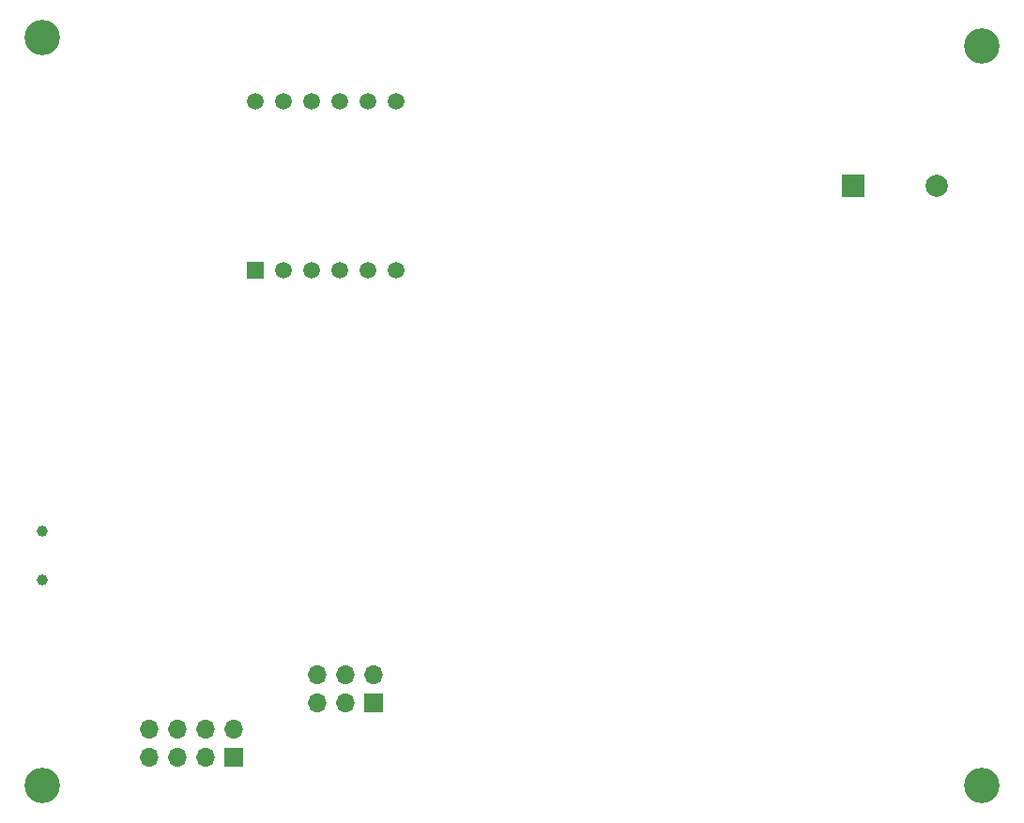
<source format=gbr>
%TF.GenerationSoftware,KiCad,Pcbnew,7.0.1*%
%TF.CreationDate,2023-04-20T13:06:00-06:00*%
%TF.ProjectId,Phase_B_ATMEGA,50686173-655f-4425-9f41-544d4547412e,rev?*%
%TF.SameCoordinates,Original*%
%TF.FileFunction,Soldermask,Bot*%
%TF.FilePolarity,Negative*%
%FSLAX46Y46*%
G04 Gerber Fmt 4.6, Leading zero omitted, Abs format (unit mm)*
G04 Created by KiCad (PCBNEW 7.0.1) date 2023-04-20 13:06:00*
%MOMM*%
%LPD*%
G01*
G04 APERTURE LIST*
%ADD10C,1.000000*%
%ADD11C,3.200000*%
%ADD12R,2.000000X2.000000*%
%ADD13C,2.000000*%
%ADD14R,1.700000X1.700000*%
%ADD15O,1.700000X1.700000*%
%ADD16R,1.500000X1.500000*%
%ADD17C,1.500000*%
G04 APERTURE END LIST*
D10*
%TO.C,J2*%
X100043708Y-112396239D03*
X100043708Y-116796239D03*
%TD*%
D11*
%TO.C,M3*%
X100006843Y-67863865D03*
%TD*%
D12*
%TO.C,LS1*%
X173124042Y-81249490D03*
D13*
X180724042Y-81249490D03*
%TD*%
D11*
%TO.C,M3*%
X100000000Y-135370827D03*
%TD*%
D14*
%TO.C,J3*%
X117260642Y-132833297D03*
D15*
X117260642Y-130293297D03*
X114720642Y-132833297D03*
X114720642Y-130293297D03*
X112180642Y-132833297D03*
X112180642Y-130293297D03*
X109640642Y-132833297D03*
X109640642Y-130293297D03*
%TD*%
D16*
%TO.C,U1*%
X119246287Y-88843270D03*
D17*
X121786287Y-88843270D03*
X124326287Y-88843270D03*
X126866287Y-88843270D03*
X129406287Y-88843270D03*
X131946287Y-88843270D03*
X131946287Y-73603270D03*
X129406287Y-73603270D03*
X126866287Y-73603270D03*
X124326287Y-73603270D03*
X121786287Y-73603270D03*
X119246287Y-73603270D03*
%TD*%
D14*
%TO.C,J1*%
X129899259Y-127868989D03*
D15*
X129899259Y-125328989D03*
X127359259Y-127868989D03*
X127359259Y-125328989D03*
X124819259Y-127868989D03*
X124819259Y-125328989D03*
%TD*%
D11*
%TO.C,M3*%
X184739976Y-135377021D03*
%TD*%
%TO.C,M3*%
X184800000Y-68600000D03*
%TD*%
M02*

</source>
